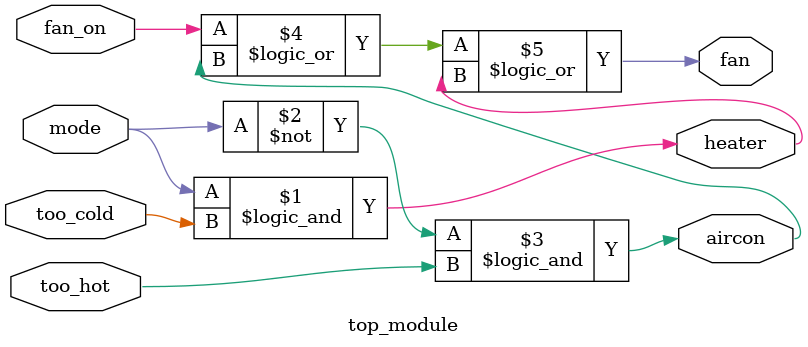
<source format=v>
module top_module (
    input too_cold,
    input too_hot,
    input mode,
    input fan_on,
    output heater,
    output aircon,
    output fan
); 

    assign heater =  mode && too_cold,
    	   aircon = ~mode && too_hot,
           fan    =  fan_on || aircon || heater;
        
endmodule

</source>
